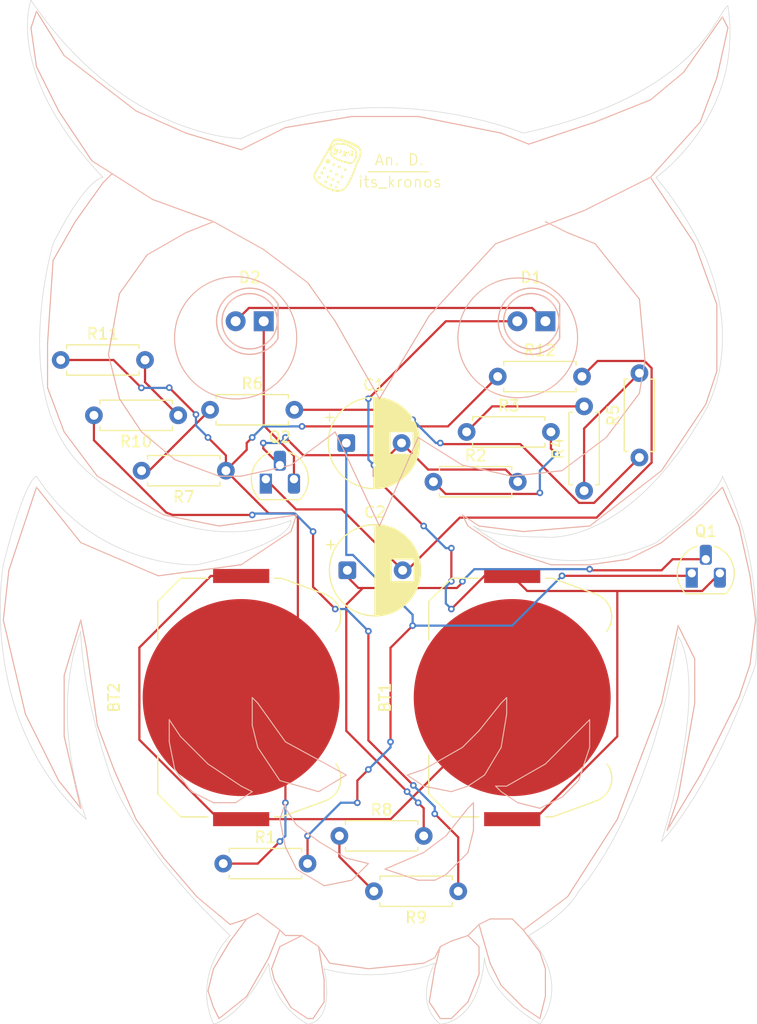
<source format=kicad_pcb>
(kicad_pcb (version 20241229) (generator "pcbnew") (generator_version "9.0")
  (layers (0 "F.Cu" signal) (2 "B.Cu" signal) (13 "F.Paste" user) (15 "B.Paste" user) (5 "F.SilkS" user "F.Silkscreen") (7 "B.SilkS" user "B.Silkscreen") (1 "F.Mask" user) (3 "B.Mask" user) (25 "Edge.Cuts" user))
  (net 0 "")
  (net 1 "Net-(BT1-+)")
  (net 2 "Net-(BT1--)")
  (net 3 "Net-(BT2--)")
  (net 4 "Net-(Q2-B)")
  (net 5 "Net-(Q1-C)")
  (net 6 "Net-(Q1-B)")
  (net 7 "Net-(Q2-C)")
  (net 8 "Net-(D1-K)")
  (net 9 "Net-(D2-K)")
  (net 10 "Net-(R2-Pad1)")
  (net 11 "Net-(R3-Pad1)")
  (net 12 "Net-(R5-Pad1)")
  (net 13 "Net-(R6-Pad1)")
  (net 14 "Net-(R8-Pad1)")
  (net 15 "Net-(R10-Pad2)")
  (net 16 "Net-(R10-Pad1)")
  (net 17 "Net-(R4-Pad1)")
  (footprint "Resistor_THT:R_Axial_DIN0207_L6.3mm_D2.5mm_P7.62mm_Horizontal" (layer "F.Cu") (at 157.5 82.31 90)
    (property "Reference" "R4" (at 3.81 -2.37 90) (layer "F.SilkS"))
    (property "Value" "4.7k")
    (pad "1" thru_hole circle (at 0 0 90) (size 1.6 1.6) (drill 0.8) (layers "*.Cu" "*.Mask") (net 17 "Net-(R4-Pad1)"))
    (pad "2" thru_hole circle (at 7.62 0 90) (size 1.6 1.6) (drill 0.8) (layers "*.Cu" "*.Mask") (net 11 "Net-(R3-Pad1)"))
  )
  (footprint "Resistor_THT:R_Axial_DIN0207_L6.3mm_D2.5mm_P7.62mm_Horizontal" (layer "F.Cu") (at 146.12 118.5 180)
    (property "Reference" "R9" (at 3.81 -2.37 0) (layer "F.SilkS"))
    (property "Value" "47k")
    (pad "1" thru_hole circle (at 0 0 180) (size 1.6 1.6) (drill 0.8) (layers "*.Cu" "*.Mask") (net 15 "Net-(R10-Pad2)"))
    (pad "2" thru_hole circle (at 7.62 0 180) (size 1.6 1.6) (drill 0.8) (layers "*.Cu" "*.Mask") (net 14 "Net-(R8-Pad1)"))
  )
  (footprint "Capacitor_THT:CP_Radial_D8.0mm_P5.00mm" (layer "F.Cu") (at 136.097349 89.5)
    (property "Reference" "C2" (at 2.5 -5.25 0) (layer "F.SilkS"))
    (property "Value" "10uF")
    (pad "1" thru_hole roundrect (at 0 0) (size 1.6 1.6) (drill 0.8) (layers "*.Cu" "*.Mask") (roundrect_rratio 0.15625) (net 6 "Net-(Q1-B)"))
    (pad "2" thru_hole circle (at 5 0) (size 1.6 1.6) (drill 0.8) (layers "*.Cu" "*.Mask") (net 7 "Net-(Q2-C)"))
  )
  (footprint "Package_TO_SOT_THT:TO-92L_HandSolder" (layer "F.Cu") (at 128.73 81.27)
    (property "Reference" "Q2" (at 1.27 -3.8 0) (layer "F.SilkS"))
    (property "Value" "PNP")
    (pad "1" thru_hole rect (at 0 0) (size 1.1 1.8) (drill 0.75 (offset 0 0.4)) (layers "*.Cu" "*.Mask") (net 7 "Net-(Q2-C)"))
    (pad "2" thru_hole roundrect (at 1.27 -1.27) (size 1.1 1.8) (drill 0.75 (offset 0 -0.4)) (layers "*.Cu" "*.Mask") (net 4 "Net-(Q2-B)"))
    (pad "3" thru_hole roundrect (at 2.54 0) (size 1.1 1.8) (drill 0.75 (offset 0 0.4)) (layers "*.Cu" "*.Mask") (net 9 "Net-(D2-K)"))
  )
  (footprint "Resistor_THT:R_Axial_DIN0207_L6.3mm_D2.5mm_P7.62mm_Horizontal" (layer "F.Cu") (at 123.69 75)
    (property "Reference" "R6" (at 3.81 -2.37 0) (layer "F.SilkS"))
    (property "Value" "4.7k")
    (pad "1" thru_hole circle (at 0 0) (size 1.6 1.6) (drill 0.8) (layers "*.Cu" "*.Mask") (net 13 "Net-(R6-Pad1)"))
    (pad "2" thru_hole circle (at 7.62 0) (size 1.6 1.6) (drill 0.8) (layers "*.Cu" "*.Mask") (net 12 "Net-(R5-Pad1)"))
  )
  (footprint "Capacitor_THT:CP_Radial_D8.0mm_P5.00mm" (layer "F.Cu") (at 136 78)
    (property "Reference" "C1" (at 2.5 -5.25 0) (layer "F.SilkS"))
    (property "Value" "10uF")
    (pad "1" thru_hole roundrect (at 0 0) (size 1.6 1.6) (drill 0.8) (layers "*.Cu" "*.Mask") (roundrect_rratio 0.15625) (net 5 "Net-(Q1-C)"))
    (pad "2" thru_hole circle (at 5 0) (size 1.6 1.6) (drill 0.8) (layers "*.Cu" "*.Mask") (net 4 "Net-(Q2-B)"))
  )
  (footprint "Package_TO_SOT_THT:TO-92L_HandSolder" (layer "F.Cu") (at 167.23 89.77)
    (property "Reference" "Q1" (at 1.27 -3.8 0) (layer "F.SilkS"))
    (property "Value" "PNP")
    (pad "1" thru_hole rect (at 0 0) (size 1.1 1.8) (drill 0.75 (offset 0 0.4)) (layers "*.Cu" "*.Mask") (net 5 "Net-(Q1-C)"))
    (pad "2" thru_hole roundrect (at 1.27 -1.27) (size 1.1 1.8) (drill 0.75 (offset 0 -0.4)) (layers "*.Cu" "*.Mask") (net 6 "Net-(Q1-B)"))
    (pad "3" thru_hole roundrect (at 2.54 0) (size 1.1 1.8) (drill 0.75 (offset 0 0.4)) (layers "*.Cu" "*.Mask") (net 1 "Net-(BT1-+)"))
  )
  (footprint "Resistor_THT:R_Axial_DIN0207_L6.3mm_D2.5mm_P7.62mm_Horizontal" (layer "F.Cu") (at 162.5 79.31 90)
    (property "Reference" "R5" (at 3.81 -2.37 90) (layer "F.SilkS"))
    (property "Value" "4.7k")
    (pad "1" thru_hole circle (at 0 0 90) (size 1.6 1.6) (drill 0.8) (layers "*.Cu" "*.Mask") (net 12 "Net-(R5-Pad1)"))
    (pad "2" thru_hole circle (at 7.62 0 90) (size 1.6 1.6) (drill 0.8) (layers "*.Cu" "*.Mask") (net 17 "Net-(R4-Pad1)"))
  )
  (footprint "Resistor_THT:R_Axial_DIN0207_L6.3mm_D2.5mm_P7.62mm_Horizontal" (layer "F.Cu") (at 149.69 72)
    (property "Reference" "R12" (at 3.81 -2.37 0) (layer "F.SilkS"))
    (property "Value" "4.7k")
    (pad "1" thru_hole circle (at 0 0) (size 1.6 1.6) (drill 0.8) (layers "*.Cu" "*.Mask") (net 3 "Net-(BT2--)"))
    (pad "2" thru_hole circle (at 7.62 0) (size 1.6 1.6) (drill 0.8) (layers "*.Cu" "*.Mask") (net 7 "Net-(Q2-C)"))
  )
  (footprint "Resistor_THT:R_Axial_DIN0207_L6.3mm_D2.5mm_P7.62mm_Horizontal" (layer "F.Cu") (at 135.38 113.5)
    (property "Reference" "R8" (at 3.81 -2.37 0) (layer "F.SilkS"))
    (property "Value" "47k")
    (pad "1" thru_hole circle (at 0 0) (size 1.6 1.6) (drill 0.8) (layers "*.Cu" "*.Mask") (net 14 "Net-(R8-Pad1)"))
    (pad "2" thru_hole circle (at 7.62 0) (size 1.6 1.6) (drill 0.8) (layers "*.Cu" "*.Mask") (net 6 "Net-(Q1-B)"))
  )
  (footprint "Resistor_THT:R_Axial_DIN0207_L6.3mm_D2.5mm_P7.62mm_Horizontal" (layer "F.Cu") (at 125.12 80.5 180)
    (property "Reference" "R7" (at 3.81 -2.37 0) (layer "F.SilkS"))
    (property "Value" "4.7k")
    (pad "1" thru_hole circle (at 0 0 180) (size 1.6 1.6) (drill 0.8) (layers "*.Cu" "*.Mask") (net 3 "Net-(BT2--)"))
    (pad "2" thru_hole circle (at 7.62 0 180) (size 1.6 1.6) (drill 0.8) (layers "*.Cu" "*.Mask") (net 13 "Net-(R6-Pad1)"))
  )
  (footprint "Resistor_THT:R_Axial_DIN0207_L6.3mm_D2.5mm_P7.62mm_Horizontal" (layer "F.Cu") (at 124.88 116)
    (property "Reference" "R1" (at 3.81 -2.37 0) (layer "F.SilkS"))
    (property "Value" "4.7k")
    (pad "1" thru_hole circle (at 0 0) (size 1.6 1.6) (drill 0.8) (layers "*.Cu" "*.Mask") (net 3 "Net-(BT2--)"))
    (pad "2" thru_hole circle (at 7.62 0) (size 1.6 1.6) (drill 0.8) (layers "*.Cu" "*.Mask") (net 5 "Net-(Q1-C)"))
  )
  (footprint "Resistor_THT:R_Axial_DIN0207_L6.3mm_D2.5mm_P7.62mm_Horizontal" (layer "F.Cu") (at 143.88 81.5)
    (property "Reference" "R2" (at 3.81 -2.37 0) (layer "F.SilkS"))
    (property "Value" "4.7k")
    (pad "1" thru_hole circle (at 0 0) (size 1.6 1.6) (drill 0.8) (layers "*.Cu" "*.Mask") (net 10 "Net-(R2-Pad1)"))
    (pad "2" thru_hole circle (at 7.62 0) (size 1.6 1.6) (drill 0.8) (layers "*.Cu" "*.Mask") (net 4 "Net-(Q2-B)"))
  )
  (footprint "Resistor_THT:R_Axial_DIN0207_L6.3mm_D2.5mm_P7.62mm_Horizontal" (layer "F.Cu") (at 146.88 77)
    (property "Reference" "R3" (at 3.81 -2.37 0) (layer "F.SilkS"))
    (property "Value" "4.7k")
    (pad "1" thru_hole circle (at 0 0) (size 1.6 1.6) (drill 0.8) (layers "*.Cu" "*.Mask") (net 11 "Net-(R3-Pad1)"))
    (pad "2" thru_hole circle (at 7.62 0) (size 1.6 1.6) (drill 0.8) (layers "*.Cu" "*.Mask") (net 10 "Net-(R2-Pad1)"))
  )
  (footprint "Battery:BatteryHolder_Keystone_3034_1x20mm" (layer "F.Cu") (at 151 101 90)
    (property "Reference" "BT1" (at 0 -11.5 90) (layer "F.SilkS"))
    (property "Value" "3V cr2032")
    (pad "1" smd rect (at -10.985 0 90) (size 1.27 5.08) (layers "F.Cu" "F.Mask" "F.Paste") (net 1 "Net-(BT1-+)"))
    (pad "1" smd rect (at 10.985 0 90) (size 1.27 5.08) (layers "F.Cu" "F.Mask" "F.Paste") (net 1 "Net-(BT1-+)"))
    (pad "2" smd circle (at 0 0 90) (size 17.8 17.8) (layers "F.Cu" "F.Mask") (net 2 "Net-(BT1--)"))
  )
  (footprint "LOGO" (layer "F.Cu") (at 135 53)
    (property "Reference" "G***" (hide yes))
    (property "Value" "LOGO" (hide yes))
  )
  (footprint "Battery:BatteryHolder_Keystone_3034_1x20mm" (layer "F.Cu") (at 126.5 101 90)
    (property "Reference" "BT2" (at 0 -11.5 90) (layer "F.SilkS"))
    (property "Value" "3V cr2032")
    (pad "1" smd rect (at -10.985 0 90) (size 1.27 5.08) (layers "F.Cu" "F.Mask" "F.Paste") (net 2 "Net-(BT1--)"))
    (pad "1" smd rect (at 10.985 0 90) (size 1.27 5.08) (layers "F.Cu" "F.Mask" "F.Paste") (net 2 "Net-(BT1--)"))
    (pad "2" smd circle (at 0 0 90) (size 17.8 17.8) (layers "F.Cu" "F.Mask") (net 3 "Net-(BT2--)"))
  )
  (footprint "Resistor_THT:R_Axial_DIN0207_L6.3mm_D2.5mm_P7.62mm_Horizontal" (layer "F.Cu") (at 120.81 75.5 180)
    (property "Reference" "R10" (at 3.81 -2.37 0) (layer "F.SilkS"))
    (property "Value" "47k")
    (pad "1" thru_hole circle (at 0 0 180) (size 1.6 1.6) (drill 0.8) (layers "*.Cu" "*.Mask") (net 16 "Net-(R10-Pad1)"))
    (pad "2" thru_hole circle (at 7.62 0 180) (size 1.6 1.6) (drill 0.8) (layers "*.Cu" "*.Mask") (net 15 "Net-(R10-Pad2)"))
  )
  (footprint "Resistor_THT:R_Axial_DIN0207_L6.3mm_D2.5mm_P7.62mm_Horizontal" (layer "F.Cu") (at 110.19 70.5)
    (property "Reference" "R11" (at 3.81 -2.37 0) (layer "F.SilkS"))
    (property "Value" "47k")
    (pad "1" thru_hole circle (at 0 0) (size 1.6 1.6) (drill 0.8) (layers "*.Cu" "*.Mask") (net 3 "Net-(BT2--)"))
    (pad "2" thru_hole circle (at 7.62 0) (size 1.6 1.6) (drill 0.8) (layers "*.Cu" "*.Mask") (net 16 "Net-(R10-Pad1)"))
  )
  (footprint "LED_THT:LED_D5.0mm" (layer "B.Cu") (at 154 67 180)
    (property "Reference" "D1" (at 1.27 3.96 0) (layer "F.SilkS"))
    (property "Value" "LED")
    (pad "1" thru_hole rect (at 0 0 180) (size 1.8 1.8) (drill 0.9) (layers "*.Cu" "*.Mask") (net 8 "Net-(D1-K)"))
    (pad "2" thru_hole circle (at 2.54 0 180) (size 1.8 1.8) (drill 0.9) (layers "*.Cu" "*.Mask") (net 1 "Net-(BT1-+)"))
  )
  (footprint "LED_THT:LED_D5.0mm" (layer "B.Cu") (at 128.54 67 180)
    (property "Reference" "D2" (at 1.27 3.96 0) (layer "F.SilkS"))
    (property "Value" "LED")
    (pad "1" thru_hole rect (at 0 0 180) (size 1.8 1.8) (drill 0.9) (layers "*.Cu" "*.Mask") (net 9 "Net-(D2-K)"))
    (pad "2" thru_hole circle (at 2.54 0 180) (size 1.8 1.8) (drill 0.9) (layers "*.Cu" "*.Mask") (net 8 "Net-(D1-K)"))
  )
  (gr_line (start 138 53.5) (end 143.5 53.5) (stroke (width 0.1)) (layer "F.SilkS"))
  (gr_line (start 147.5 110.5) (end 147 111) (stroke (width 0.1)) (layer "B.SilkS"))
  (gr_line (start 150 50) (end 152.5 51) (stroke (width 0.1)) (layer "B.SilkS"))
  (gr_line (start 125.5 121.5) (end 127 121) (stroke (width 0.1)) (layer "B.SilkS"))
  (gr_line (start 131.5 84.5) (end 131 86) (stroke (width 0.1)) (layer "B.SilkS"))
  (gr_line (start 146.5 84.5) (end 148 85.5) (stroke (width 0.1)) (layer "B.SilkS"))
  (gr_line (start 144.5 123.5) (end 145.5 123) (stroke (width 0.1)) (layer "B.SilkS"))
  (gr_line (start 164.5 55.5) (end 163.5 54) (stroke (width 0.1)) (layer "B.SilkS"))
  (gr_line (start 149 121) (end 151 121) (stroke (width 0.1)) (layer "B.SilkS"))
  (gr_line (start 151 121) (end 152 122) (stroke (width 0.1)) (layer "B.SilkS"))
  (gr_line (start 124 129) (end 123.5 127.5) (stroke (width 0.1)) (layer "B.SilkS"))
  (gr_line (start 132 122.5) (end 130 123.5) (stroke (width 0.1)) (layer "B.SilkS"))
  (gr_line (start 139 74) (end 135 67) (stroke (width 0.1)) (layer "B.SilkS"))
  (gr_line (start 117 48) (end 121.5 50) (stroke (width 0.1)) (layer "B.SilkS"))
  (gr_line (start 128 101.5) (end 127.5 101) (stroke (width 0.1)) (layer "B.SilkS"))
  (gr_line (start 151.5 110.5) (end 150 109.5) (stroke (width 0.1)) (layer "B.SilkS"))
  (gr_line (start 154 125.5) (end 154 128) (stroke (width 0.1)) (layer "B.SilkS"))
  (gr_line (start 126.5 109) (end 127.5 109.5) (stroke (width 0.1)) (layer "B.SilkS"))
  (gr_line (start 152 122) (end 153.5 124) (stroke (width 0.1)) (layer "B.SilkS"))
  (gr_line (start 148 126) (end 147 128.5) (stroke (width 0.1)) (layer "B.SilkS"))
  (gr_line (start 130.5 122.5) (end 132 122.5) (stroke (width 0.1)) (layer "B.SilkS"))
  (gr_line (start 113 52.5) (end 110 48) (stroke (width 0.1)) (layer "B.SilkS"))
  (gr_line (start 138 125.5) (end 143 125) (stroke (width 0.1)) (layer "B.SilkS"))
  (gr_line (start 133.5 123.5) (end 134.5 125) (stroke (width 0.1)) (layer "B.SilkS"))
  (gr_line (start 152 122) (end 156 119) (stroke (width 0.1)) (layer "B.SilkS"))
  (gr_line (start 154 58) (end 156 59) (stroke (width 0.1)) (layer "B.SilkS"))
  (gr_line (start 109 69) (end 109 73) (stroke (width 0.1)) (layer "B.SilkS"))
  (gr_line (start 120.5 79.5) (end 117.5 77) (stroke (width 0.1)) (layer "B.SilkS"))
  (gr_line (start 150 101.5) (end 148 104) (stroke (width 0.1)) (layer "B.SilkS"))
  (gr_line (start 113.5 103.5) (end 115 107.5) (stroke (width 0.1)) (layer "B.SilkS"))
  (gr_line (start 131.5 116.5) (end 130.5 114.5) (stroke (width 0.1)) (layer "B.SilkS"))
  (gr_line (start 148.5 108) (end 150 105.5) (stroke (width 0.1)) (layer "B.SilkS"))
  (gr_line (start 131 80) (end 126.5 81) (stroke (width 0.1)) (layer "B.SilkS"))
  (gr_line (start 130 108.5) (end 128 105.5) (stroke (width 0.1)) (layer "B.SilkS"))
  (gr_line (start 128 120.5) (end 130 122) (stroke (width 0.1)) (layer "B.SilkS"))
  (gr_line (start 159.5 77.5) (end 155.5 80.5) (stroke (width 0.1)) (layer "B.SilkS"))
  (gr_line (start 143.5 128.5) (end 144 125.5) (stroke (width 0.1)) (layer "B.SilkS"))
  (gr_line (start 144 125.5) (end 144.5 123.5) (stroke (width 0.1)) (layer "B.SilkS"))
  (gr_line (start 169.5 71.5) (end 169.5 65.5) (stroke (width 0.1)) (layer "B.SilkS"))
  (gr_line (start 126.5 51.5) (end 130.5 49.5) (stroke (width 0.1)) (layer "B.SilkS"))
  (gr_line (start 148 124.5) (end 148 126) (stroke (width 0.1)) (layer "B.SilkS"))
  (gr_line (start 168.5 74.5) (end 169.5 71.5) (stroke (width 0.1)) (layer "B.SilkS"))
  (gr_line (start 148 121.5) (end 149 121) (stroke (width 0.1)) (layer "B.SilkS"))
  (gr_line (start 117 112) (end 119.5 115.5) (stroke (width 0.1)) (layer "B.SilkS"))
  (gr_line (start 127 121) (end 128 120.5) (stroke (width 0.1)) (layer "B.SilkS"))
  (gr_line (start 142.5 77.5) (end 139 85.5) (stroke (width 0.1)) (layer "B.SilkS"))
  (gr_line (start 105.5 89.5) (end 105 94) (stroke (width 0.1)) (layer "B.SilkS"))
  (gr_line (start 138 116) (end 136.5 117.5) (stroke (width 0.1)) (layer "B.SilkS"))
  (gr_line (start 129.25 125.5) (end 129.5 126.5) (stroke (width 0.1)) (layer "B.SilkS"))
  (gr_line (start 129 124.5) (end 127 128) (stroke (width 0.1)) (layer "B.SilkS"))
  (gr_line (start 134 126.5) (end 133.5 123.5) (stroke (width 0.1)) (layer "B.SilkS"))
  (gr_line (start 132.5 130) (end 133 130) (stroke (width 0.1)) (layer "B.SilkS"))
  (gr_line (start 149 125) (end 148 121.5) (stroke (width 0.1)) (layer "B.SilkS"))
  (gr_line (start 112 94) (end 112.5 96.5) (stroke (width 0.1)) (layer "B.SilkS"))
  (gr_line (start 108 82) (end 105.5 89.5) (stroke (width 0.1)) (layer "B.SilkS"))
  (gr_line (start 157 108.5) (end 155.5 110) (stroke (width 0.1)) (layer "B.SilkS"))
  (gr_line (start 119 90) (end 112 87) (stroke (width 0.1)) (layer "B.SilkS"))
  (gr_line (start 168 108) (end 171.5 101) (stroke (width 0.1)) (layer "B.SilkS"))
  (gr_line (start 117.5 77) (end 115.5 74) (stroke (width 0.1)) (layer "B.SilkS"))
  (gr_line (start 147 128.5) (end 145.5 130) (stroke (width 0.1)) (layer "B.SilkS"))
  (gr_line (start 118.5 56) (end 113 52.5) (stroke (width 0.1)) (layer "B.SilkS"))
  (gr_line (start 107.5 40.5) (end 108 39) (stroke (width 0.1)) (layer "B.SilkS"))
  (gr_line (start 156.5 104.5) (end 158 103) (stroke (width 0.1)) (layer "B.SilkS"))
  (gr_line (start 144 117.5) (end 145 117) (stroke (width 0.1)) (layer "B.SilkS"))
  (gr_line (start 119.5 84.5) (end 124.5 85.5) (stroke (width 0.1)) (layer "B.SilkS"))
  (gr_line (start 130.5 105) (end 136 108) (stroke (width 0.1)) (layer "B.SilkS"))
  (gr_line (start 147 122.5) (end 148 121.5) (stroke (width 0.1)) (layer "B.SilkS"))
  (gr_line (start 164.5 80.5) (end 168.5 74.5) (stroke (width 0.1)) (layer "B.SilkS"))
  (gr_line (start 167.5 97.5) (end 167.5 101.5) (stroke (width 0.1)) (layer "B.SilkS"))
  (gr_line (start 169.5 45) (end 168 49) (stroke (width 0.1)) (layer "B.SilkS"))
  (gr_line (start 115.5 74) (end 114.5 70) (stroke (width 0.1)) (layer "B.SilkS"))
  (gr_line (start 162.5 65) (end 163 70.5) (stroke (width 0.1)) (layer "B.SilkS"))
  (gr_line (start 143 125) (end 144 124.5) (stroke (width 0.1)) (layer "B.SilkS"))
  (gr_line (start 120.5 107.5) (end 120 105) (stroke (width 0.1)) (layer "B.SilkS"))
  (gr_line (start 130 123.5) (end 129.25 125.5) (stroke (width 0.1)) (layer "B.SilkS"))
  (gr_line (start 133.5 114) (end 136 115.5) (stroke (width 0.1)) (layer "B.SilkS"))
  (gr_circle (center 151.5 68.5) (end 147 65.5) (stroke (width 0.1)) (fill no) (layer "B.SilkS"))
  (gr_line (start 147 122.5) (end 148 123.5) (stroke (width 0.1)) (layer "B.SilkS"))
  (gr_line (start 150.5 102.5) (end 150.5 101) (stroke (width 0.1)) (layer "B.SilkS"))
  (gr_line (start 172.5 90) (end 171.5 85.5) (stroke (width 0.1)) (layer "B.SilkS"))
  (gr_line (start 126 110.5) (end 124 110.5) (stroke (width 0.1)) (layer "B.SilkS"))
  (gr_line (start 145.5 123) (end 147 122.5) (stroke (width 0.1)) (layer "B.SilkS"))
  (gr_line (start 153.5 124) (end 154 125.5) (stroke (width 0.1)) (layer "B.SilkS"))
  (gr_line (start 167.5 84.5) (end 164.5 87) (stroke (width 0.1)) (layer "B.SilkS"))
  (gr_line (start 135 77) (end 131 80) (stroke (width 0.1)) (layer "B.SilkS"))
  (gr_line (start 112 87) (end 108 82) (stroke (width 0.1)) (layer "B.SilkS"))
  (gr_line (start 108 44) (end 107.5 40.5) (stroke (width 0.1)) (layer "B.SilkS"))
  (gr_line (start 124 58) (end 118.5 56) (stroke (width 0.1)) (layer "B.SilkS"))
  (gr_line (start 158 89) (end 154.5 89) (stroke (width 0.1)) (layer "B.SilkS"))
  (gr_line (start 153.5 130) (end 152 129) (stroke (width 0.1)) (layer "B.SilkS"))
  (gr_line (start 131 86) (end 126.5 89) (stroke (width 0.1)) (layer "B.SilkS"))
  (gr_line (start 173 94) (end 172.5 90) (stroke (width 0.1)) (layer "B.SilkS"))
  (gr_line (start 150 105.5) (end 150.5 102.5) (stroke (width 0.1)) (layer "B.SilkS"))
  (gr_line (start 153.5 111) (end 151.5 110.5) (stroke (width 0.1)) (layer "B.SilkS"))
  (gr_line (start 165 113) (end 168 108) (stroke (width 0.1)) (layer "B.SilkS"))
  (gr_line (start 164.5 101.5) (end 166 94.5) (stroke (width 0.1)) (layer "B.SilkS"))
  (gr_line (start 136 115.5) (end 138 116) (stroke (width 0.1)) (layer "B.SilkS"))
  (gr_line (start 160.5 112) (end 164.5 101.5) (stroke (width 0.1)) (layer "B.SilkS"))
  (gr_line (start 145 117) (end 147 115) (stroke (width 0.1)) (layer "B.SilkS"))
  (gr_line (start 124.5 81) (end 120.5 79.5) (stroke (width 0.1)) (layer "B.SilkS"))
  (gr_line (start 110.5 43) (end 117 48) (stroke (width 0.1)) (layer "B.SilkS"))
  (gr_line (start 171.5 101) (end 172.5 98) (stroke (width 0.1)) (layer "B.SilkS"))
  (gr_line (start 154 128) (end 153.5 130) (stroke (width 0.1)) (layer "B.SilkS"))
  (gr_line (start 170.5 40.5) (end 169.5 45) (stroke (width 0.1)) (layer "B.SilkS"))
  (gr_line (start 110 48) (end 108 44) (stroke (width 0.1)) (layer "B.SilkS"))
  (gr_line (start 149.5 109) (end 150.5 109) (stroke (width 0.1)) (layer "B.SilkS"))
  (gr_line (start 124 125.5) (end 125.5 123) (stroke (width 0.1)) (layer "B.SilkS"))
  (gr_line (start 133.5 123.5) (end 132 122.5) (stroke (width 0.1)) (layer "B.SilkS"))
  (gr_line (start 166.5 44.5) (end 170 39.5) (stroke (width 0.1)) (layer "B.SilkS"))
  (gr_line (start 126.5 81) (end 124.5 81) (stroke (width 0.1)) (layer "B.SilkS"))
  (gr_line (start 148 85.5) (end 152 86) (stroke (width 0.1)) (layer "B.SilkS"))
  (gr_line (start 132.5 63.5) (end 128.5 60.5) (stroke (width 0.1)) (layer "B.SilkS"))
  (gr_line (start 147 85.5) (end 146.5 84.5) (stroke (width 0.1)) (layer "B.SilkS"))
  (gr_line (start 158 85.5) (end 164.5 80.5) (stroke (width 0.1)) (layer "B.SilkS"))
  (gr_line (start 124.5 130) (end 124 129) (stroke (width 0.1)) (layer "B.SilkS"))
  (gr_line (start 163.5 47) (end 166.5 44.5) (stroke (width 0.1)) (layer "B.SilkS"))
  (gr_line (start 108 39) (end 110.5 43) (stroke (width 0.1)) (layer "B.SilkS"))
  (gr_line (start 167.5 101.5) (end 166 110) (stroke (width 0.1)) (layer "B.SilkS"))
  (gr_line (start 156 59) (end 158.5 60) (stroke (width 0.1)) (layer "B.SilkS"))
  (gr_line (start 128 105.5) (end 127.5 103.5) (stroke (width 0.1)) (layer "B.SilkS"))
  (gr_line (start 130.5 111) (end 131.5 112.5) (stroke (width 0.1)) (layer "B.SilkS"))
  (gr_line (start 149.5 60) (end 143.5 66.5) (stroke (width 0.1)) (layer "B.SilkS"))
  (gr_line (start 163 70.5) (end 162.5 73.5) (stroke (width 0.1)) (layer "B.SilkS"))
  (gr_line (start 107 102.5) (end 110 108.5) (stroke (width 0.1)) (layer "B.SilkS"))
  (gr_line (start 133.5 109.5) (end 130 108.5) (stroke (width 0.1)) (layer "B.SilkS"))
  (gr_line (start 141.5 108) (end 143 109) (stroke (width 0.1)) (layer "B.SilkS"))
  (gr_line (start 161.5 88.5) (end 158 89) (stroke (width 0.1)) (layer "B.SilkS"))
  (gr_line (start 167.5 60) (end 164.5 55.5) (stroke (width 0.1)) (layer "B.SilkS"))
  (gr_line (start 130 122) (end 130.5 122.5) (stroke (width 0.1)) (layer "B.SilkS"))
  (gr_line (start 126.5 89) (end 119 90) (stroke (width 0.1)) (layer "B.SilkS"))
  (gr_line (start 118 61) (end 121.5 59) (stroke (width 0.1)) (layer "B.SilkS"))
  (gr_line (start 143.5 66.5) (end 139 74) (stroke (width 0.1)) (layer "B.SilkS"))
  (gr_line (start 148 123.5) (end 148 124.5) (stroke (width 0.1)) (layer "B.SilkS"))
  (gr_line (start 110.5 104.5) (end 110.5 99) (stroke (width 0.1)) (layer "B.SilkS"))
  (gr_line (start 158 105.5) (end 157 108.5) (stroke (width 0.1)) (layer "B.SilkS"))
  (gr_line (start 127 128) (end 124.5 130) (stroke (width 0.1)) (layer "B.SilkS"))
  (gr_line (start 111.5 58) (end 109.5 61.5) (stroke (width 0.1)) (layer "B.SilkS"))
  (gr_line (start 147.5 113) (end 147.5 111.5) (stroke (width 0.1)) (layer "B.SilkS"))
  (gr_line (start 136 108) (end 133.5 109.5) (stroke (width 0.1)) (layer "B.SilkS"))
  (gr_line (start 130.5 49.5) (end 136.5 48.5) (stroke (width 0.1)) (layer "B.SilkS"))
  (gr_line (start 134 118) (end 131.5 116.5) (stroke (width 0.1)) (layer "B.SilkS"))
  (gr_line (start 110.5 99) (end 112 94) (stroke (width 0.1)) (layer "B.SilkS"))
  (gr_line (start 134 128.5) (end 134 126.5) (stroke (width 0.1)) (layer "B.SilkS"))
  (gr_line (start 162.5 73.5) (end 159.5 77.5) (stroke (width 0.1)) (layer "B.SilkS"))
  (gr_line (start 150 127) (end 149 125) (stroke (width 0.1)) (layer "B.SilkS"))
  (gr_line (start 148 104) (end 146.5 105.5) (stroke (width 0.1)) (layer "B.SilkS"))
  (gr_line (start 131 129) (end 132.5 130) (stroke (width 0.1)) (layer "B.SilkS"))
  (gr_line (start 109 73) (end 110.5 77) (stroke (width 0.1)) (layer "B.SilkS"))
  (gr_line (start 158 103) (end 158 105.5) (stroke (width 0.1)) (layer "B.SilkS"))
  (gr_line (start 121 104.5) (end 123.5 107) (stroke (width 0.1)) (layer "B.SilkS"))
  (gr_line (start 152 129) (end 150 127) (stroke (width 0.1)) (layer "B.SilkS"))
  (gr_line (start 122.5 119) (end 125.5 121.5) (stroke (width 0.1)) (layer "B.SilkS"))
  (gr_line (start 136.5 48.5) (end 142.5 48.5) (stroke (width 0.1)) (layer "B.SilkS"))
  (gr_line (start 114.833334 53.666667) (end 114 54.5) (stroke (width 0.1)) (layer "B.SilkS"))
  (gr_line (start 131.5 112.5) (end 133.5 114) (stroke (width 0.1)) (layer "B.SilkS"))
  (gr_line (start 139.5 116.5) (end 141 117) (stroke (width 0.1)) (layer "B.SilkS"))
  (gr_line (start 124.5 85.5) (end 131.5 84.5) (stroke (width 0.1)) (layer "B.SilkS"))
  (gr_line (start 147.5 111.5) (end 147.5 110.5) (stroke (width 0.1)) (layer "B.SilkS"))
  (gr_line (start 130 112) (end 130.5 110.5) (stroke (width 0.1)) (layer "B.SilkS"))
  (gr_line (start 152 86) (end 158 85.5) (stroke (width 0.1)) (layer "B.SilkS"))
  (gr_line (start 142.5 117.5) (end 144 117.5) (stroke (width 0.1)) (layer "B.SilkS"))
  (gr_line (start 136.5 117.5) (end 134 118) (stroke (width 0.1)) (layer "B.SilkS"))
  (gr_line (start 143 109) (end 145.5 109.5) (stroke (width 0.1)) (layer "B.SilkS"))
  (gr_line (start 145 113.5) (end 143 115) (stroke (width 0.1)) (layer "B.SilkS"))
  (gr_line (start 119.5 115.5) (end 122.5 119) (stroke (width 0.1)) (layer "B.SilkS"))
  (gr_line (start 147 109) (end 148.5 108) (stroke (width 0.1)) (layer "B.SilkS"))
  (gr_line (start 124 110.5) (end 122 109.5) (stroke (width 0.1)) (layer "B.SilkS"))
  (gr_line (start 115 107.5) (end 117 112) (stroke (width 0.1)) (layer "B.SilkS"))
  (gr_line (start 130 122) (end 129 124.5) (stroke (width 0.1)) (layer "B.SilkS"))
  (gr_line (start 127.5 109.5) (end 126 110.5) (stroke (width 0.1)) (layer "B.SilkS"))
  (gr_line (start 112 111) (end 110.5 104.5) (stroke (width 0.1)) (layer "B.SilkS"))
  (gr_line (start 144.5 130) (end 143.5 128.5) (stroke (width 0.1)) (layer "B.SilkS"))
  (gr_line (start 147 115) (end 147.5 113) (stroke (width 0.1)) (layer "B.SilkS"))
  (gr_line (start 152.5 51) (end 158.5 49) (stroke (width 0.1)) (layer "B.SilkS"))
  (gr_line (start 115.5 64.5) (end 118 61) (stroke (width 0.1)) (layer "B.SilkS"))
  (gr_line (start 163.5 54) (end 157.5 57) (stroke (width 0.1)) (layer "B.SilkS"))
  (gr_line (start 166 94.5) (end 167.5 97.5) (stroke (width 0.1)) (layer "B.SilkS"))
  (gr_line (start 147 111) (end 145 113.5) (stroke (width 0.1)) (layer "B.SilkS"))
  (gr_line (start 122 109.5) (end 120.5 107.5) (stroke (width 0.1)) (layer "B.SilkS"))
  (gr_line (start 143 107.5) (end 141.5 108) (stroke (width 0.1)) (layer "B.SilkS"))
  (gr_line (start 158.5 60) (end 162.5 65) (stroke (width 0.1)) (layer "B.SilkS"))
  (gr_circle (center 126 68.5) (end 131.5 68) (stroke (width 0.1)) (fill no) (layer "B.SilkS"))
  (gr_line (start 151 81) (end 146.5 80) (stroke (width 0.1)) (layer "B.SilkS"))
  (gr_line (start 170 82) (end 167.5 84.5) (stroke (width 0.1)) (layer "B.SilkS"))
  (gr_line (start 133 130) (end 134 128.5) (stroke (width 0.1)) (layer "B.SilkS"))
  (gr_line (start 170 39.5) (end 170.5 40.5) (stroke (width 0.1)) (layer "B.SilkS"))
  (gr_line (start 142.5 48.5) (end 150 50) (stroke (width 0.1)) (layer "B.SilkS"))
  (gr_line (start 155.5 80.5) (end 151 81) (stroke (width 0.1)) (layer "B.SilkS"))
  (gr_line (start 120 105) (end 120 103) (stroke (width 0.1)) (layer "B.SilkS"))
  (gr_line (start 128 101.5) (end 130.5 105) (stroke (width 0.1)) (layer "B.SilkS"))
  (gr_line (start 110.5 77) (end 113.5 81) (stroke (width 0.1)) (layer "B.SilkS"))
  (gr_line (start 130.5 110.5) (end 130.5 111) (stroke (width 0.1)) (layer "B.SilkS"))
  (gr_line (start 121.5 50) (end 126.5 51.5) (stroke (width 0.1)) (layer "B.SilkS"))
  (gr_line (start 123.5 127.5) (end 124 125.5) (stroke (width 0.1)) (layer "B.SilkS"))
  (gr_line (start 158.5 49) (end 163.5 47) (stroke (width 0.1)) (layer "B.SilkS"))
  (gr_line (start 172.5 98) (end 173 94) (stroke (width 0.1)) (layer "B.SilkS"))
  (gr_line (start 150 109.5) (end 149.5 109) (stroke (width 0.1)) (layer "B.SilkS"))
  (gr_line (start 168 49) (end 163.5 54) (stroke (width 0.1)) (layer "B.SilkS"))
  (gr_line (start 166 110) (end 165 113) (stroke (width 0.1)) (layer "B.SilkS"))
  (gr_line (start 145.5 109.5) (end 147 109) (stroke (width 0.1)) (layer "B.SilkS"))
  (gr_line (start 150 87.5) (end 147 85.5) (stroke (width 0.1)) (layer "B.SilkS"))
  (gr_line (start 143 115) (end 139.5 116.5) (stroke (width 0.1)) (layer "B.SilkS"))
  (gr_line (start 146.5 80) (end 142.5 77.5) (stroke (width 0.1)) (layer "B.SilkS"))
  (gr_line (start 105 94) (end 107 102.5) (stroke (width 0.1)) (layer "B.SilkS"))
  (gr_line (start 141 117) (end 142.5 117.5) (stroke (width 0.1)) (layer "B.SilkS"))
  (gr_line (start 114 54.5) (end 111.5 58) (stroke (width 0.1)) (layer "B.SilkS"))
  (gr_line (start 144 124.5) (end 144.5 123.5) (stroke (width 0.1)) (layer "B.SilkS"))
  (gr_line (start 134.5 125) (end 138 125.5) (stroke (width 0.1)) (layer "B.SilkS"))
  (gr_line (start 110 108.5) (end 112 111) (stroke (width 0.1)) (layer "B.SilkS"))
  (gr_line (start 123.5 107) (end 126.5 109) (stroke (width 0.1)) (layer "B.SilkS"))
  (gr_line (start 135 67) (end 132.5 63.5) (stroke (width 0.1)) (layer "B.SilkS"))
  (gr_line (start 109.5 61.5) (end 109 69) (stroke (width 0.1)) (layer "B.SilkS"))
  (gr_line (start 156 119) (end 160.5 112) (stroke (width 0.1)) (layer "B.SilkS"))
  (gr_line (start 114.5 70) (end 115.5 64.5) (stroke (width 0.1)) (layer "B.SilkS"))
  (gr_line (start 150.5 109) (end 154 107) (stroke (width 0.1)) (layer "B.SilkS"))
  (gr_line (start 129.5 126.5) (end 131 129) (stroke (width 0.1)) (layer "B.SilkS"))
  (gr_line (start 130.5 114.5) (end 130 112) (stroke (width 0.1)) (layer "B.SilkS"))
  (gr_line (start 146.5 105.5) (end 143 107.5) (stroke (width 0.1)) (layer "B.SilkS"))
  (gr_line (start 171.5 85.5) (end 170 82) (stroke (width 0.1)) (layer "B.SilkS"))
  (gr_line (start 157.5 57) (end 149.5 60) (stroke (width 0.1)) (layer "B.SilkS"))
  (gr_line (start 127.5 103.5) (end 127.5 101) (stroke (width 0.1)) (layer "B.SilkS"))
  (gr_line (start 112.5 96.5) (end 113.5 103.5) (stroke (width 0.1)) (layer "B.SilkS"))
  (gr_line (start 120 103) (end 121 104.5) (stroke (width 0.1)) (layer "B.SilkS"))
  (gr_line (start 128.5 60.5) (end 124 58) (stroke (width 0.1)) (layer "B.SilkS"))
  (gr_line (start 169.5 65.5) (end 167.5 60) (stroke (width 0.1)) (layer "B.SilkS"))
  (gr_line (start 145.5 130) (end 144.5 130) (stroke (width 0.1)) (layer "B.SilkS"))
  (gr_line (start 154.5 89) (end 150 87.5) (stroke (width 0.1)) (layer "B.SilkS"))
  (gr_line (start 155.5 110) (end 153.5 111) (stroke (width 0.1)) (layer "B.SilkS"))
  (gr_line (start 150.5 101) (end 150 101.5) (stroke (width 0.1)) (layer "B.SilkS"))
  (gr_line (start 164.5 87) (end 161.5 88.5) (stroke (width 0.1)) (layer "B.SilkS"))
  (gr_line (start 154 107) (end 156.5 104.5) (stroke (width 0.1)) (layer "B.SilkS"))
  (gr_line (start 113.5 81) (end 119.5 84.5) (stroke (width 0.1)) (layer "B.SilkS"))
  (gr_line (start 121.5 59) (end 124 58) (stroke (width 0.1)) (layer "B.SilkS"))
  (gr_line (start 125.5 123) (end 127 121) (stroke (width 0.1)) (layer "B.SilkS"))
  (gr_line (start 139 85.5) (end 135 77) (stroke (width 0.1)) (layer "B.SilkS"))
  (gr_curve (pts (xy 173 98) (xy 169 109.5) (xy 164.5 114) (xy 164.5 114)) (stroke (width 0.05)) (layer "Edge.Cuts"))
  (gr_curve (pts (xy 112 95) (xy 109 103) (xy 112.5 112) (xy 112.5 112)) (stroke (width 0.05)) (layer "Edge.Cuts"))
  (gr_curve (pts (xy 154 86.5) (xy 148.5 86.5) (xy 147.5 85.5) (xy 147.5 85.5)) (stroke (width 0.05)) (layer "Edge.Cuts"))
  (gr_curve (pts (xy 148.5 124.5) (xy 148 130.5) (xy 144.5 130.5) (xy 144.5 130.5)) (stroke (width 0.05)) (layer "Edge.Cuts"))
  (gr_curve (pts (xy 105 89) (xy 107 81) (xy 108 81) (xy 108 81)) (stroke (width 0.05)) (layer "Edge.Cuts"))
  (gr_curve (pts (xy 144 125) (xy 138.5 127) (xy 134 125.5) (xy 134 125.5)) (stroke (width 0.05)) (layer "Edge.Cuts"))
  (gr_curve (pts (xy 122.5 89) (xy 131.5 87) (xy 131 85) (xy 131 85)) (stroke (width 0.05)) (layer "Edge.Cuts"))
  (gr_curve (pts (xy 152 50) (xy 168 46.5) (xy 169.5 39) (xy 170.5 38.5)) (stroke (width 0.05)) (layer "Edge.Cuts"))
  (gr_curve (pts (xy 164 87) (xy 170 82.5) (xy 170 81) (xy 170 81)) (stroke (width 0.05)) (layer "Edge.Cuts"))
  (gr_curve (pts (xy 164.5 114) (xy 169 99) (xy 166 95.5) (xy 166 95.5)) (stroke (width 0.05)) (layer "Edge.Cuts"))
  (gr_curve (pts (xy 126.5 50.5) (xy 138.5 44.5) (xy 152 50) (xy 152 50)) (stroke (width 0.05)) (layer "Edge.Cuts"))
  (gr_curve (pts (xy 107.5 38) (xy 116 50.5) (xy 126.5 50.5) (xy 126.5 50.5)) (stroke (width 0.05)) (layer "Edge.Cuts"))
  (gr_curve (pts (xy 157 118.5) (xy 156 120.5) (xy 152.5 122.5) (xy 152.5 122.5)) (stroke (width 0.05)) (layer "Edge.Cuts"))
  (gr_curve (pts (xy 134 125.5) (xy 135 130.5) (xy 132.5 130.5) (xy 132.5 130.5)) (stroke (width 0.05)) (layer "Edge.Cuts"))
  (gr_curve (pts (xy 129 125) (xy 126.5 130) (xy 124 130.5) (xy 124 130.5)) (stroke (width 0.05)) (layer "Edge.Cuts"))
  (gr_curve (pts (xy 168.5 75) (xy 161.5 87.5) (xy 154 86.5) (xy 154 86.5)) (stroke (width 0.05)) (layer "Edge.Cuts"))
  (gr_curve (pts (xy 114.5 107.5) (xy 112 100) (xy 112 95) (xy 112 95)) (stroke (width 0.05)) (layer "Edge.Cuts"))
  (gr_curve (pts (xy 114 54) (xy 105 44.5) (xy 107.5 38) (xy 107.5 38)) (stroke (width 0.05)) (layer "Edge.Cuts"))
  (gr_curve (pts (xy 153.5 130.5) (xy 148.5 127.5) (xy 148.5 124.5) (xy 148.5 124.5)) (stroke (width 0.05)) (layer "Edge.Cuts"))
  (gr_curve (pts (xy 112 80) (xy 105.5 73.5) (xy 109.5 60) (xy 109.5 60)) (stroke (width 0.05)) (layer "Edge.Cuts"))
  (gr_curve (pts (xy 112.5 112) (xy 102.5 103) (xy 105 89) (xy 105 89)) (stroke (width 0.05)) (layer "Edge.Cuts"))
  (gr_curve (pts (xy 144.5 130.5) (xy 142 128.5) (xy 144 125) (xy 144 125)) (stroke (width 0.05)) (layer "Edge.Cuts"))
  (gr_curve (pts (xy 170 81) (xy 174 89) (xy 173 98) (xy 173 98)) (stroke (width 0.05)) (layer "Edge.Cuts"))
  (gr_curve (pts (xy 147.5 85.5) (xy 155 91.5) (xy 164 87) (xy 164 87)) (stroke (width 0.05)) (layer "Edge.Cuts"))
  (gr_curve (pts (xy 108 81) (xy 113.5 89.5) (xy 122.5 89) (xy 122.5 89)) (stroke (width 0.05)) (layer "Edge.Cuts"))
  (gr_curve (pts (xy 170.5 38.5) (xy 172 48.5) (xy 164 54) (xy 164 54)) (stroke (width 0.05)) (layer "Edge.Cuts"))
  (gr_curve (pts (xy 125.5 122.5) (xy 116 113.5) (xy 114.5 107.5) (xy 114.5 107.5)) (stroke (width 0.05)) (layer "Edge.Cuts"))
  (gr_curve (pts (xy 132.5 130.5) (xy 129 128.5) (xy 129 125) (xy 129 125)) (stroke (width 0.05)) (layer "Edge.Cuts"))
  (gr_curve (pts (xy 152.5 122.5) (xy 156.5 127) (xy 153.5 130.5) (xy 153.5 130.5)) (stroke (width 0.05)) (layer "Edge.Cuts"))
  (gr_curve (pts (xy 164 54) (xy 174 66) (xy 168.5 75) (xy 168.5 75)) (stroke (width 0.05)) (layer "Edge.Cuts"))
  (gr_curve (pts (xy 109.5 60) (xy 112.5 54) (xy 114 54) (xy 114 54)) (stroke (width 0.05)) (layer "Edge.Cuts"))
  (gr_curve (pts (xy 166 95.5) (xy 163.5 111.5) (xy 157 118.5) (xy 157 118.5)) (stroke (width 0.05)) (layer "Edge.Cuts"))
  (gr_curve (pts (xy 131 85) (xy 120.5 89) (xy 112 80) (xy 112 80)) (stroke (width 0.05)) (layer "Edge.Cuts"))
  (gr_curve (pts (xy 124 130.5) (xy 122 126) (xy 125.5 122.5) (xy 125.5 122.5)) (stroke (width 0.05)) (layer "Edge.Cuts"))
  (gr_text "its_kronos" (at 137 55 0) (layer "F.SilkS") (effects (font (size 1 1) (thickness 0.1)) (justify left bottom)))
  (gr_text "An. D." (at 138.5 53 0) (layer "F.SilkS") (effects (font (size 1 1) (thickness 0.1)) (justify left bottom)))
  (segment (start 168.169 91.371) (end 169.77 89.77) (width 0.2) (layer "F.Cu") (net 1))
  (segment (start 153.027179 111.985) (end 160.5 104.512179) (width 0.2) (layer "F.Cu") (net 1))
  (segment (start 148.485 90.015) (end 151 90.015) (width 0.2) (layer "F.Cu") (net 1))
  (segment (start 138.5 80) (end 138.5 81) (width 0.2) (layer "F.Cu") (net 1))
  (segment (start 145.5 87.5) (end 145.5 90.5) (width 0.2) (layer "F.Cu") (net 1))
  (segment (start 151.46 67) (end 145 67) (width 0.2) (layer "F.Cu") (net 1))
  (segment (start 160.5 104.512179) (end 160.5 91.371) (width 0.2) (layer "F.Cu") (net 1))
  (segment (start 152.356 91.371) (end 160.5 91.371) (width 0.2) (layer "F.Cu") (net 1))
  (segment (start 138.5 81) (end 143 85.5) (width 0.2) (layer "F.Cu") (net 1))
  (segment (start 145.5 93) (end 148.485 90.015) (width 0.2) (layer "F.Cu") (net 1))
  (segment (start 151 90.015) (end 152.356 91.371) (width 0.2) (layer "F.Cu") (net 1))
  (segment (start 145 67) (end 138 74) (width 0.2) (layer "F.Cu") (net 1))
  (segment (start 160.5 91.371) (end 168.169 91.371) (width 0.2) (layer "F.Cu") (net 1))
  (segment (start 151 111.985) (end 153.027179 111.985) (width 0.2) (layer "F.Cu") (net 1))
  (via (at 138.5 80) (size 0.6) (drill 0.3) (layers "F.Cu" "B.Cu") (net 1))
  (via (at 143 85.5) (size 0.6) (drill 0.3) (layers "F.Cu" "B.Cu") (net 1))
  (via (at 145.5 90.5) (size 0.6) (drill 0.3) (layers "F.Cu" "B.Cu") (net 1))
  (via (at 138 74) (size 0.6) (drill 0.3) (layers "F.Cu" "B.Cu") (net 1))
  (via (at 145.5 93) (size 0.6) (drill 0.3) (layers "F.Cu" "B.Cu") (net 1))
  (via (at 145.5 87.5) (size 0.6) (drill 0.3) (layers "F.Cu" "B.Cu") (net 1))
  (segment (start 145.5 90.5) (end 145 91) (width 0.2) (layer "B.Cu") (net 1))
  (segment (start 138 74) (end 138 79.5) (width 0.2) (layer "B.Cu") (net 1))
  (segment (start 138 79.5) (end 138.5 80) (width 0.2) (layer "B.Cu") (net 1))
  (segment (start 143 85.5) (end 145 87.5) (width 0.2) (layer "B.Cu") (net 1))
  (segment (start 145 87.5) (end 145.5 87.5) (width 0.2) (layer "B.Cu") (net 1))
  (segment (start 145 91) (end 145 92.5) (width 0.2) (layer "B.Cu") (net 1))
  (segment (start 145 92.5) (end 145.5 93) (width 0.2) (layer "B.Cu") (net 1))
  (segment (start 126.5 111.985) (end 124.472821 111.985) (width 0.2) (layer "F.Cu") (net 2))
  (segment (start 117.299 104.811179) (end 117.299 96.476) (width 0.2) (layer "F.Cu") (net 2))
  (segment (start 126.5 111.985) (end 140.015 111.985) (width 0.2) (layer "F.Cu") (net 2))
  (segment (start 123.76 90.015) (end 126.5 90.015) (width 0.2) (layer "F.Cu") (net 2))
  (segment (start 140.015 111.985) (end 151 101) (width 0.2) (layer "F.Cu") (net 2))
  (segment (start 117.299 96.476) (end 123.76 90.015) (width 0.2) (layer "F.Cu") (net 2))
  (segment (start 124.472821 111.985) (end 117.299 104.811179) (width 0.2) (layer "F.Cu") (net 2))
  (segment (start 145.19 76.5) (end 132 76.5) (width 0.2) (layer "F.Cu") (net 3))
  (segment (start 128 116) (end 130 114) (width 0.2) (layer "F.Cu") (net 3))
  (segment (start 127 78) (end 127 78.62) (width 0.2) (layer "F.Cu") (net 3))
  (segment (start 131.625023 84.741108) (end 131.625023 95.874977) (width 0.2) (layer "F.Cu") (net 3))
  (segment (start 127.5 77.5) (end 127 78) (width 0.2) (layer "F.Cu") (net 3))
  (segment (start 128.97174 84.35174) (end 131.235655 84.35174) (width 0.2) (layer "F.Cu") (net 3))
  (segment (start 131.235655 84.35174) (end 131.625023 84.741108) (width 0.2) (layer "F.Cu") (net 3))
  (segment (start 125.12 80.5) (end 128.97174 84.35174) (width 0.2) (layer "F.Cu") (net 3))
  (segment (start 120 73) (end 122.414694 75.414694) (width 0.2) (layer "F.Cu") (net 3))
  (segment (start 125.12 79.12) (end 125.12 80.5) (width 0.2) (layer "F.Cu") (net 3))
  (segment (start 123.5 77.5) (end 125.12 79.12) (width 0.2) (layer "F.Cu") (net 3))
  (segment (start 130.5 105) (end 126.5 101) (width 0.2) (layer "F.Cu") (net 3))
  (segment (start 127 78.62) (end 125.12 80.5) (width 0.2) (layer "F.Cu") (net 3))
  (segment (start 114.96147 70.5) (end 117.480735 73.019265) (width 0.2) (layer "F.Cu") (net 3))
  (segment (start 130.5 110.5) (end 130.5 105) (width 0.2) (layer "F.Cu") (net 3))
  (segment (start 110.19 70.5) (end 114.96147 70.5) (width 0.2) (layer "F.Cu") (net 3))
  (segment (start 124.88 116) (end 128 116) (width 0.2) (layer "F.Cu") (net 3))
  (segment (start 122.414694 75.414694) (end 122.414694 75.426777) (width 0.2) (layer "F.Cu") (net 3))
  (segment (start 131.625023 95.874977) (end 126.5 101) (width 0.2) (layer "F.Cu") (net 3))
  (segment (start 149.69 72) (end 145.19 76.5) (width 0.2) (layer "F.Cu") (net 3))
  (via (at 127.5 77.5) (size 0.6) (drill 0.3) (layers "F.Cu" "B.Cu") (net 3))
  (via (at 117.480735 73.019265) (size 0.6) (drill 0.3) (layers "F.Cu" "B.Cu") (net 3))
  (via (at 123.5 77.5) (size 0.6) (drill 0.3) (layers "F.Cu" "B.Cu") (net 3))
  (via (at 122.414694 75.426777) (size 0.6) (drill 0.3) (layers "F.Cu" "B.Cu") (net 3))
  (via (at 132 76.5) (size 0.6) (drill 0.3) (layers "F.Cu" "B.Cu") (net 3))
  (via (at 130.5 110.5) (size 0.6) (drill 0.3) (layers "F.Cu" "B.Cu") (net 3))
  (via (at 130 114) (size 0.6) (drill 0.3) (layers "F.Cu" "B.Cu") (net 3))
  (via (at 120 73) (size 0.6) (drill 0.3) (layers "F.Cu" "B.Cu") (net 3))
  (segment (start 122.414694 75.426777) (end 122.414694 76.414694) (width 0.2) (layer "B.Cu") (net 3))
  (segment (start 122.414694 76.414694) (end 123.5 77.5) (width 0.2) (layer "B.Cu") (net 3))
  (segment (start 130 114) (end 130.5 113.5) (width 0.2) (layer "B.Cu") (net 3))
  (segment (start 117.480735 73.019265) (end 119.980735 73.019265) (width 0.2) (layer "B.Cu") (net 3))
  (segment (start 132 76.5) (end 128.5 76.5) (width 0.2) (layer "B.Cu") (net 3))
  (segment (start 119.980735 73.019265) (end 120 73) (width 0.2) (layer "B.Cu") (net 3))
  (segment (start 130.5 113.5) (end 130.5 110.5) (width 0.2) (layer "B.Cu") (net 3))
  (segment (start 128.5 76.5) (end 127.5 77.5) (width 0.2) (layer "B.Cu") (net 3))
  (segment (start 150.399 80.399) (end 143.399 80.399) (width 0.2) (layer "F.Cu") (net 4))
  (segment (start 130 80) (end 128.5 78.5) (width 0.2) (layer "F.Cu") (net 4))
  (segment (start 151.5 81.5) (end 150.399 80.399) (width 0.2) (layer "F.Cu") (net 4))
  (segment (start 143.399 80.399) (end 141 78) (width 0.2) (layer "F.Cu") (net 4))
  (segment (start 130.5 77.5) (end 132.101 79.101) (width 0.2) (layer "F.Cu") (net 4))
  (segment (start 128.5 78.5) (end 128.5 78) (width 0.2) (layer "F.Cu") (net 4))
  (segment (start 139.899 79.101) (end 141 78) (width 0.2) (layer "F.Cu") (net 4))
  (segment (start 132.101 79.101) (end 139.899 79.101) (width 0.2) (layer "F.Cu") (net 4))
  (via (at 130.5 77.5) (size 0.6) (drill 0.3) (layers "F.Cu" "B.Cu") (net 4))
  (via (at 128.5 78) (size 0.6) (drill 0.3) (layers "F.Cu" "B.Cu") (net 4))
  (segment (start 130 78) (end 130.5 77.5) (width 0.2) (layer "B.Cu") (net 4))
  (segment (start 128.5 78) (end 130 78) (width 0.2) (layer "B.Cu") (net 4))
  (segment (start 167 90) (end 155.5 90) (width 0.2) (layer "F.Cu") (net 5))
  (segment (start 140 105) (end 140 96.5) (width 0.2) (layer "F.Cu") (net 5))
  (segment (start 137 110.5) (end 137 108.5) (width 0.2) (layer "F.Cu") (net 5))
  (segment (start 132.5 116) (end 132.5 113.5) (width 0.2) (layer "F.Cu") (net 5))
  (segment (start 137 108.5) (end 138 107.5) (width 0.2) (layer "F.Cu") (net 5))
  (segment (start 140 96.5) (end 142 94.5) (width 0.2) (layer "F.Cu") (net 5))
  (segment (start 167.23 89.77) (end 167 90) (width 0.2) (layer "F.Cu") (net 5))
  (via (at 138 107.5) (size 0.6) (drill 0.3) (layers "F.Cu" "B.Cu") (net 5))
  (via (at 132.5 113.5) (size 0.6) (drill 0.3) (layers "F.Cu" "B.Cu") (net 5))
  (via (at 140 105) (size 0.6) (drill 0.3) (layers "F.Cu" "B.Cu") (net 5))
  (via (at 155.5 90) (size 0.6) (drill 0.3) (layers "F.Cu" "B.Cu") (net 5))
  (via (at 142 94.5) (size 0.6) (drill 0.3) (layers "F.Cu" "B.Cu") (net 5))
  (via (at 137 110.5) (size 0.6) (drill 0.3) (layers "F.Cu" "B.Cu") (net 5))
  (segment (start 142 93.516491) (end 142 94.5) (width 0.2) (layer "B.Cu") (net 5))
  (segment (start 151 94.5) (end 142 94.5) (width 0.2) (layer "B.Cu") (net 5))
  (segment (start 136 88.11384) (end 136.597349 88.11384) (width 0.2) (layer "B.Cu") (net 5))
  (segment (start 155.5 90) (end 151 94.5) (width 0.2) (layer "B.Cu") (net 5))
  (segment (start 140 105.5) (end 140 105) (width 0.2) (layer "B.Cu") (net 5))
  (segment (start 132.5 113.5) (end 135.5 110.5) (width 0.2) (layer "B.Cu") (net 5))
  (segment (start 138 107.5) (end 140 105.5) (width 0.2) (layer "B.Cu") (net 5))
  (segment (start 136 88.11384) (end 136 78) (width 0.2) (layer "B.Cu") (net 5))
  (segment (start 135.5 110.5) (end 137 110.5) (width 0.2) (layer "B.Cu") (net 5))
  (segment (start 136.597349 88.11384) (end 142 93.516491) (width 0.2) (layer "B.Cu") (net 5))
  (segment (start 136 92.601) (end 137.5 91.101) (width 0.2) (layer "F.Cu") (net 6))
  (segment (start 141.5 109.5) (end 136 104) (width 0.2) (layer "F.Cu") (net 6))
  (segment (start 137.101 91.101) (end 137.5 91.101) (width 0.2) (layer "F.Cu") (net 6))
  (segment (start 165.5 88.5) (end 164.5 89.5) (width 0.2) (layer "F.Cu") (net 6))
  (segment (start 136 104) (end 136 92.601) (width 0.2) (layer "F.Cu") (net 6))
  (segment (start 164.5 89.5) (end 158.1 89.5) (width 0.2) (layer "F.Cu") (net 6))
  (segment (start 146.5 90.601) (end 146 91.101) (width 0.2) (layer "F.Cu") (net 6))
  (segment (start 136 90) (end 137.101 91.101) (width 0.2) (layer "F.Cu") (net 6))
  (segment (start 137.5 91.101) (end 146 91.101) (width 0.2) (layer "F.Cu") (net 6))
  (segment (start 158.1 89.5) (end 158 89.4) (width 0.2) (layer "F.Cu") (net 6))
  (segment (start 143 113.5) (end 143 111) (width 0.2) (layer "F.Cu") (net 6))
  (segment (start 143 111) (end 142.5 110.5) (width 0.2) (layer "F.Cu") (net 6))
  (segment (start 165.5 88.5) (end 168.5 88.5) (width 0.2) (layer "F.Cu") (net 6))
  (segment (start 146.5 90.5) (end 146.5 90.601) (width 0.2) (layer "F.Cu") (net 6))
  (via (at 158 89.4) (size 0.6) (drill 0.3) (layers "F.Cu" "B.Cu") (net 6))
  (via (at 142.5 110.5) (size 0.6) (drill 0.3) (layers "F.Cu" "B.Cu") (net 6))
  (via (at 141.5 109.5) (size 0.6) (drill 0.3) (layers "F.Cu" "B.Cu") (net 6))
  (via (at 146.5 90.5) (size 0.6) (drill 0.3) (layers "F.Cu" "B.Cu") (net 6))
  (segment (start 158 89.4) (end 147.574233 89.4) (width 0.2) (layer "B.Cu") (net 6))
  (segment (start 147.574233 89.4) (end 146.5 90.474233) (width 0.2) (layer "B.Cu") (net 6))
  (segment (start 142.5 110.5) (end 141.5 109.5) (width 0.2) (layer "B.Cu") (net 6))
  (segment (start 146.5 90.474233) (end 146.5 90.5) (width 0.2) (layer "B.Cu") (net 6))
  (segment (start 141.097349 89.5) (end 135.597349 84) (width 0.2) (layer "F.Cu") (net 7))
  (segment (start 135.597349 84) (end 131.46 84) (width 0.2) (layer "F.Cu") (net 7))
  (segment (start 162.95605 70.589) (end 163.601 71.23395) (width 0.2) (layer "F.Cu") (net 7))
  (segment (start 158.624533 84.742517) (end 146.257483 84.742517) (width 0.2) (layer "F.Cu") (net 7))
  (segment (start 163.601 71.23395) (end 163.601 79.76605) (width 0.2) (layer "F.Cu") (net 7))
  (segment (start 158.721 70.589) (end 162.95605 70.589) (width 0.2) (layer "F.Cu") (net 7))
  (segment (start 131.46 84) (end 128.73 81.27) (width 0.2) (layer "F.Cu") (net 7))
  (segment (start 157.31 72) (end 158.721 70.589) (width 0.2) (layer "F.Cu") (net 7))
  (segment (start 141.097349 89.5) (end 141.5 89.5) (width 0.2) (layer "F.Cu") (net 7))
  (segment (start 141.5 89.5) (end 146.257483 84.742517) (width 0.2) (layer "F.Cu") (net 7))
  (segment (start 163.601 79.76605) (end 158.624533 84.742517) (width 0.2) (layer "F.Cu") (net 7))
  (segment (start 127.201 65.799) (end 152.799 65.799) (width 0.2) (layer "F.Cu") (net 8))
  (segment (start 126 67) (end 127.201 65.799) (width 0.2) (layer "F.Cu") (net 8))
  (segment (start 152.799 65.799) (end 154 67) (width 0.2) (layer "F.Cu") (net 8))
  (segment (start 128.54 76.417794) (end 131.27 79.147794) (width 0.2) (layer "F.Cu") (net 9))
  (segment (start 128.54 67) (end 128.54 76.417794) (width 0.2) (layer "F.Cu") (net 9))
  (segment (start 131.27 79.147794) (end 131.27 81.27) (width 0.2) (layer "F.Cu") (net 9))
  (segment (start 155 79) (end 154.5 78.5) (width 0.2) (layer "F.Cu") (net 10))
  (segment (start 143.88 81.5) (end 144.981 82.601) (width 0.2) (layer "F.Cu") (net 10))
  (segment (start 144.981 82.601) (end 153.399 82.601) (width 0.2) (layer "F.Cu") (net 10))
  (segment (start 153.399 82.601) (end 153.5 82.5) (width 0.2) (layer "F.Cu") (net 10))
  (segment (start 154.5 78.5) (end 154.5 77) (width 0.2) (layer "F.Cu") (net 10))
  (via (at 153.5 82.5) (size 0.6) (drill 0.3) (layers "F.Cu" "B.Cu") (net 10))
  (via (at 155 79) (size 0.6) (drill 0.3) (layers "F.Cu" "B.Cu") (net 10))
  (segment (start 153.5 82.5) (end 153.5 80.5) (width 0.2) (layer "B.Cu") (net 10))
  (segment (start 153.5 80.5) (end 155 79) (width 0.2) (layer "B.Cu") (net 10))
  (segment (start 157.5 74.69) (end 149.19 74.69) (width 0.2) (layer "F.Cu") (net 11))
  (segment (start 149.19 74.69) (end 146.88 77) (width 0.2) (layer "F.Cu") (net 11))
  (segment (start 144.5 78) (end 144.601 78.101) (width 0.2) (layer "F.Cu") (net 12))
  (segment (start 144.601 78.101) (end 151.73395 78.101) (width 0.2) (layer "F.Cu") (net 12))
  (segment (start 131.31 75) (end 141.1 75) (width 0.2) (layer "F.Cu") (net 12))
  (segment (start 158.399 83.411) (end 162.5 79.31) (width 0.2) (layer "F.Cu") (net 12))
  (segment (start 157.04395 83.411) (end 158.399 83.411) (width 0.2) (layer "F.Cu") (net 12))
  (segment (start 141.1 75) (end 142 75.9) (width 0.2) (layer "F.Cu") (net 12))
  (segment (start 151.73395 78.101) (end 157.04395 83.411) (width 0.2) (layer "F.Cu") (net 12))
  (via (at 142 75.9) (size 0.6) (drill 0.3) (layers "F.Cu" "B.Cu") (net 12))
  (via (at 144.5 78) (size 0.6) (drill 0.3) (layers "F.Cu" "B.Cu") (net 12))
  (segment (start 144.1 78) (end 144.5 78) (width 0.2) (layer "B.Cu") (net 12))
  (segment (start 142 75.9) (end 144.1 78) (width 0.2) (layer "B.Cu") (net 12))
  (segment (start 123.69 75) (end 118.19 80.5) (width 0.2) (layer "F.Cu") (net 13))
  (segment (start 118.19 80.5) (end 117.5 80.5) (width 0.2) (layer "F.Cu") (net 13))
  (segment (start 135.38 113.5) (end 135.38 115.38) (width 0.2) (layer "F.Cu") (net 14))
  (segment (start 135.38 115.38) (end 138.5 118.5) (width 0.2) (layer "F.Cu") (net 14))
  (segment (start 113.19 75.5) (end 113.19 77.74705) (width 0.2) (layer "F.Cu") (net 15))
  (segment (start 138 95) (end 138 104.868626) (width 0.2) (layer "F.Cu") (net 15))
  (segment (start 146.12 113.62) (end 146.12 118.5) (width 0.2) (layer "F.Cu") (net 15))
  (segment (start 144 111.5) (end 146.12 113.62) (width 0.2) (layer "F.Cu") (net 15))
  (segment (start 113.19 77.74705) (end 119.733933 84.290983) (width 0.2) (layer "F.Cu") (net 15))
  (segment (start 138 104.868626) (end 142.065687 108.934313) (width 0.2) (layer "F.Cu") (net 15))
  (segment (start 133 91) (end 135 93) (width 0.2) (layer "F.Cu") (net 15))
  (segment (start 119.733933 84.290983) (end 120.317772 84.5) (width 0.2) (layer "F.Cu") (net 15))
  (segment (start 133 86) (end 133 91) (width 0.2) (layer "F.Cu") (net 15))
  (segment (start 120.317772 84.5) (end 127.5 84.5) (width 0.2) (layer "F.Cu") (net 15))
  (via (at 135 93) (size 0.6) (drill 0.3) (layers "F.Cu" "B.Cu") (net 15))
  (via (at 138 95) (size 0.6) (drill 0.3) (layers "F.Cu" "B.Cu") (net 15))
  (via (at 133 86) (size 0.6) (drill 0.3) (layers "F.Cu" "B.Cu") (net 15))
  (via (at 142.065687 108.934313) (size 0.6) (drill 0.3) (layers "F.Cu" "B.Cu") (net 15))
  (via (at 127.5 84.5) (size 0.6) (drill 0.3) (layers "F.Cu" "B.Cu") (net 15))
  (via (at 144 111.5) (size 0.6) (drill 0.3) (layers "F.Cu" "B.Cu") (net 15))
  (segment (start 127.5 84.5) (end 127.625023 84.374977) (width 0.2) (layer "B.Cu") (net 15))
  (segment (start 135 93) (end 136 93) (width 0.2) (layer "B.Cu") (net 15))
  (segment (start 131.374977 84.374977) (end 133 86) (width 0.2) (layer "B.Cu") (net 15))
  (segment (start 142.065687 108.934313) (end 144 110.868626) (width 0.2) (layer "B.Cu") (net 15))
  (segment (start 127.625023 84.374977) (end 131.374977 84.374977) (width 0.2) (layer "B.Cu") (net 15))
  (segment (start 144 110.868626) (end 144 111.5) (width 0.2) (layer "B.Cu") (net 15))
  (segment (start 136 93) (end 138 95) (width 0.2) (layer "B.Cu") (net 15))
  (segment (start 117.81 72.5) (end 120.81 75.5) (width 0.2) (layer "F.Cu") (net 16))
  (segment (start 117.81 70.5) (end 117.81 72.5) (width 0.2) (layer "F.Cu") (net 16))
  (segment (start 157.5 76.69) (end 162.5 71.69) (width 0.2) (layer "F.Cu") (net 17))
  (segment (start 157.5 82.31) (end 157.5 76.69) (width 0.2) (layer "F.Cu") (net 17))
)
</source>
